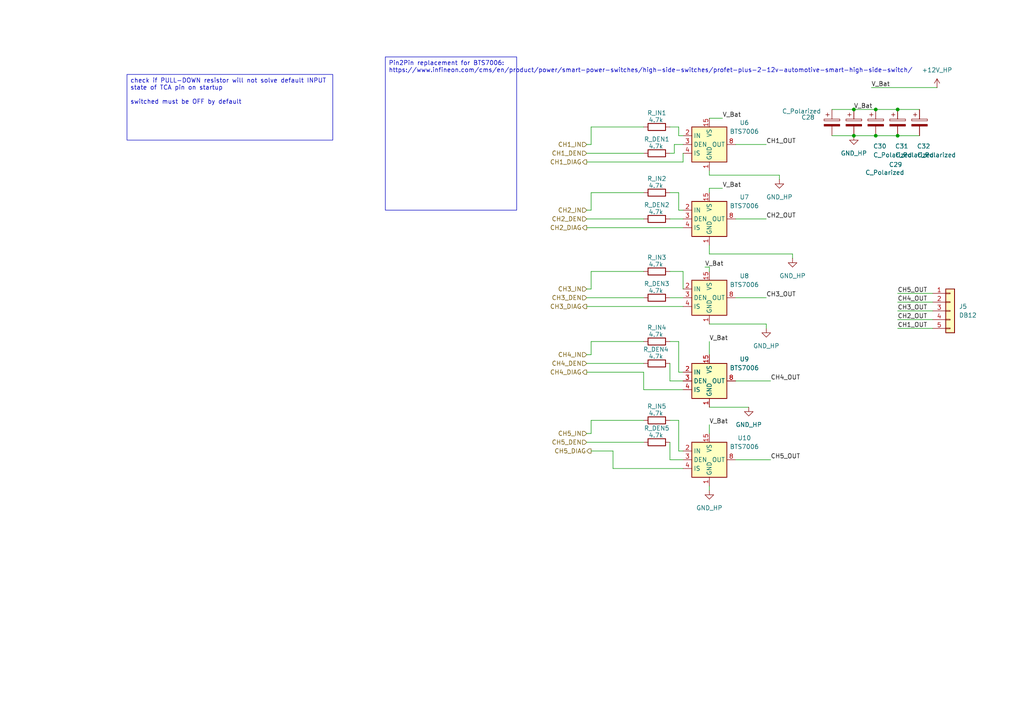
<source format=kicad_sch>
(kicad_sch (version 20231120) (generator "eeschema") (generator_version "8.0")
  (paper "A4")
  (lib_symbols
    (symbol "BTS7004-1EPP_1"
      (property "Reference" "U2" (at 10.16 6.3186 0))
      (property "Value" "BTS7006" (at 10.16 3.7786 0))
      (symbol "BTS7004-1EPP_1_0_1"
        (rectangle (start -5.08 5.08) (end 5.08 -5.08) (stroke (width 0.254)) (fill (type background)))
      )
      (symbol "BTS7004-1EPP_1_1_1"
        (pin passive line (at 0 -7.62 90) (length 2.54) (name "GND") (number "1"))
        (pin passive line (at 7.62 0 180) (length 2.54) hide (name "OUT") (number "10"))
        (pin no_connect line (at 5.08 -5.08 180) (length 2.54) hide (name "NC") (number "11"))
        (pin passive line (at 7.62 0 180) (length 2.54) hide (name "OUT") (number "12"))
        (pin passive line (at 7.62 0 180) (length 2.54) hide (name "OUT") (number "13"))
        (pin passive line (at 7.62 0 180) (length 2.54) hide (name "OUT") (number "14"))
        (pin power_in line (at 0 7.62 270) (length 2.54) (name "VS") (number "15"))
        (pin input line (at -7.62 2.54 0) (length 2.54) (name "IN") (number "2"))
        (pin input line (at -7.62 0 0) (length 2.54) (name "DEN") (number "3"))
        (pin output line (at -7.62 -2.54 0) (length 2.54) (name "IS") (number "4"))
        (pin no_connect line (at 5.08 5.08 180) (length 2.54) hide (name "NC") (number "5"))
        (pin no_connect line (at 5.08 2.54 180) (length 2.54) hide (name "NC") (number "6"))
        (pin no_connect line (at 5.08 -2.54 180) (length 2.54) hide (name "NC") (number "7"))
        (pin power_out line (at 7.62 0 180) (length 2.54) (name "OUT") (number "8"))
        (pin passive line (at 7.62 0 180) (length 2.54) hide (name "OUT") (number "9"))
      )
    )
    (symbol "BTS7004-1EPP_2"
      (property "Reference" "U3" (at 10.16 6.3186 0))
      (property "Value" "BTS7006" (at 10.16 3.7786 0))
      (symbol "BTS7004-1EPP_2_0_1"
        (rectangle (start -5.08 5.08) (end 5.08 -5.08) (stroke (width 0.254)) (fill (type background)))
      )
      (symbol "BTS7004-1EPP_2_1_1"
        (pin passive line (at 0 -7.62 90) (length 2.54) (name "GND") (number "1"))
        (pin passive line (at 7.62 0 180) (length 2.54) hide (name "OUT") (number "10"))
        (pin no_connect line (at 5.08 -5.08 180) (length 2.54) hide (name "NC") (number "11"))
        (pin passive line (at 7.62 0 180) (length 2.54) hide (name "OUT") (number "12"))
        (pin passive line (at 7.62 0 180) (length 2.54) hide (name "OUT") (number "13"))
        (pin passive line (at 7.62 0 180) (length 2.54) hide (name "OUT") (number "14"))
        (pin power_in line (at 0 7.62 270) (length 2.54) (name "VS") (number "15"))
        (pin input line (at -7.62 2.54 0) (length 2.54) (name "IN") (number "2"))
        (pin input line (at -7.62 0 0) (length 2.54) (name "DEN") (number "3"))
        (pin output line (at -7.62 -2.54 0) (length 2.54) (name "IS") (number "4"))
        (pin no_connect line (at 5.08 5.08 180) (length 2.54) hide (name "NC") (number "5"))
        (pin no_connect line (at 5.08 2.54 180) (length 2.54) hide (name "NC") (number "6"))
        (pin no_connect line (at 5.08 -2.54 180) (length 2.54) hide (name "NC") (number "7"))
        (pin power_out line (at 7.62 0 180) (length 2.54) (name "OUT") (number "8"))
        (pin passive line (at 7.62 0 180) (length 2.54) hide (name "OUT") (number "9"))
      )
    )
    (symbol "BTS7004-1EPP_3"
      (property "Reference" "U4" (at 10.16 6.3186 0))
      (property "Value" "BTS7006" (at 10.16 3.7786 0))
      (symbol "BTS7004-1EPP_3_0_1"
        (rectangle (start -5.08 5.08) (end 5.08 -5.08) (stroke (width 0.254)) (fill (type background)))
      )
      (symbol "BTS7004-1EPP_3_1_1"
        (pin passive line (at 0 -7.62 90) (length 2.54) (name "GND") (number "1"))
        (pin passive line (at 7.62 0 180) (length 2.54) hide (name "OUT") (number "10"))
        (pin no_connect line (at 5.08 -5.08 180) (length 2.54) hide (name "NC") (number "11"))
        (pin passive line (at 7.62 0 180) (length 2.54) hide (name "OUT") (number "12"))
        (pin passive line (at 7.62 0 180) (length 2.54) hide (name "OUT") (number "13"))
        (pin passive line (at 7.62 0 180) (length 2.54) hide (name "OUT") (number "14"))
        (pin power_in line (at 0 7.62 270) (length 2.54) (name "VS") (number "15"))
        (pin input line (at -7.62 2.54 0) (length 2.54) (name "IN") (number "2"))
        (pin input line (at -7.62 0 0) (length 2.54) (name "DEN") (number "3"))
        (pin output line (at -7.62 -2.54 0) (length 2.54) (name "IS") (number "4"))
        (pin no_connect line (at 5.08 5.08 180) (length 2.54) hide (name "NC") (number "5"))
        (pin no_connect line (at 5.08 2.54 180) (length 2.54) hide (name "NC") (number "6"))
        (pin no_connect line (at 5.08 -2.54 180) (length 2.54) hide (name "NC") (number "7"))
        (pin power_out line (at 7.62 0 180) (length 2.54) (name "OUT") (number "8"))
        (pin passive line (at 7.62 0 180) (length 2.54) hide (name "OUT") (number "9"))
      )
    )
    (symbol "Connector_Generic:Conn_01x05" (pin_names (offset 1.016) hide)
      (property "Reference" "J" (at 0 7.62 0))
      (property "Value" "Conn_01x05" (at 0 -7.62 0))
      (symbol "Conn_01x05_1_1"
        (rectangle (start -1.27 -4.953) (end 0 -5.207) (stroke (width 0.1524)))
        (rectangle (start -1.27 -2.413) (end 0 -2.667) (stroke (width 0.1524)))
        (rectangle (start -1.27 0.127) (end 0 -0.127) (stroke (width 0.1524)))
        (rectangle (start -1.27 2.667) (end 0 2.413) (stroke (width 0.1524)))
        (rectangle (start -1.27 5.207) (end 0 4.953) (stroke (width 0.1524)))
        (rectangle (start -1.27 6.35) (end 1.27 -6.35) (stroke (width 0.254)) (fill (type background)))
        (pin passive line (at -5.08 5.08 0) (length 3.81) (name "Pin_1") (number "1"))
        (pin passive line (at -5.08 2.54 0) (length 3.81) (name "Pin_2") (number "2"))
        (pin passive line (at -5.08 0 0) (length 3.81) (name "Pin_3") (number "3"))
        (pin passive line (at -5.08 -2.54 0) (length 3.81) (name "Pin_4") (number "4"))
        (pin passive line (at -5.08 -5.08 0) (length 3.81) (name "Pin_5") (number "5"))
      )
    )
    (symbol "Device:C_Polarized" (pin_numbers hide) (pin_names (offset 0.254))
      (property "Reference" "C" (at 0.635 2.54 0))
      (property "Value" "C_Polarized" (at 0.635 -2.54 0))
      (symbol "C_Polarized_0_1"
        (rectangle (start -2.286 0.508) (end 2.286 1.016))
        (polyline (pts (xy -1.778 2.286) (xy -0.762 2.286)))
        (polyline (pts (xy -1.27 2.794) (xy -1.27 1.778)))
        (rectangle (start 2.286 -0.508) (end -2.286 -1.016) (fill (type outline)))
      )
      (symbol "C_Polarized_1_1"
        (pin passive line (at 0 3.81 270) (length 2.794) (name "~") (number "1"))
        (pin passive line (at 0 -3.81 90) (length 2.794) (name "~") (number "2"))
      )
    )
    (symbol "Device:R" (pin_numbers hide) (pin_names (offset 0))
      (property "Reference" "R" (at 2.032 0 90))
      (property "Value" "R" (at 0 0 90))
      (symbol "R_0_1"
        (rectangle (start -1.016 -2.54) (end 1.016 2.54) (stroke (width 0.254)))
      )
      (symbol "R_1_1"
        (pin passive line (at 0 3.81 270) (length 1.27) (name "~") (number "1"))
        (pin passive line (at 0 -3.81 90) (length 1.27) (name "~") (number "2"))
      )
    )
    (symbol "Power_Management:BTS7004-1EPP"
      (property "Reference" "U" (at -3.81 6.35 0))
      (property "Value" "BTS7004-1EPP" (at 7.62 6.35 0))
      (symbol "BTS7004-1EPP_0_1"
        (rectangle (start -5.08 5.08) (end 5.08 -5.08) (stroke (width 0.254)) (fill (type background)))
      )
      (symbol "BTS7004-1EPP_1_1"
        (pin power_in line (at 0 -7.62 90) (length 2.54) (name "GND") (number "1"))
        (pin passive line (at 7.62 0 180) (length 2.54) hide (name "OUT") (number "10"))
        (pin no_connect line (at 5.08 -5.08 180) (length 2.54) hide (name "NC") (number "11"))
        (pin passive line (at 7.62 0 180) (length 2.54) hide (name "OUT") (number "12"))
        (pin passive line (at 7.62 0 180) (length 2.54) hide (name "OUT") (number "13"))
        (pin passive line (at 7.62 0 180) (length 2.54) hide (name "OUT") (number "14"))
        (pin power_in line (at 0 7.62 270) (length 2.54) (name "VS") (number "15"))
        (pin input line (at -7.62 2.54 0) (length 2.54) (name "IN") (number "2"))
        (pin input line (at -7.62 0 0) (length 2.54) (name "DEN") (number "3"))
        (pin output line (at -7.62 -2.54 0) (length 2.54) (name "IS") (number "4"))
        (pin no_connect line (at 5.08 5.08 180) (length 2.54) hide (name "NC") (number "5"))
        (pin no_connect line (at 5.08 2.54 180) (length 2.54) hide (name "NC") (number "6"))
        (pin no_connect line (at 5.08 -2.54 180) (length 2.54) hide (name "NC") (number "7"))
        (pin power_out line (at 7.62 0 180) (length 2.54) (name "OUT") (number "8"))
        (pin passive line (at 7.62 0 180) (length 2.54) hide (name "OUT") (number "9"))
      )
    )
    (symbol "power:+12V" (power) (pin_numbers hide) (pin_names (offset 0) hide)
      (property "Value" "+12V" (at 0 3.556 0))
      (symbol "+12V_0_1"
        (polyline (pts (xy -0.762 1.27) (xy 0 2.54)))
        (polyline (pts (xy 0 0) (xy 0 2.54)))
        (polyline (pts (xy 0 2.54) (xy 0.762 1.27)))
      )
      (symbol "+12V_1_1"
        (pin power_in line (at 0 0 90) (length 0) (name "~") (number "1"))
      )
    )
    (symbol "power:GND1" (power) (pin_numbers hide) (pin_names (offset 0) hide)
      (property "Value" "GND1" (at 0 -3.81 0))
      (symbol "GND1_0_1"
        (polyline (pts (xy 0 0) (xy 0 -1.27) (xy 1.27 -1.27) (xy 0 -2.54) (xy -1.27 -1.27) (xy 0 -1.27)))
      )
      (symbol "GND1_1_1"
        (pin power_in line (at 0 0 270) (length 0) (name "~") (number "1"))
      )
    )
  )
  (junction (at 254 39.37))
  (junction (at 260.35 39.37))
  (junction (at 260.35 31.75))
  (junction (at 247.65 31.75))
  (junction (at 247.65 39.37))
  (junction (at 254 31.75))
  (wire (pts (xy 194.31 133.35) (xy 198.12 133.35)))
  (wire (pts (xy 247.65 31.75) (xy 254 31.75)))
  (wire (pts (xy 186.69 63.5) (xy 170.18 63.5)))
  (wire (pts (xy 170.18 102.87) (xy 171.45 102.87)))
  (wire (pts (xy 171.45 78.74) (xy 186.69 78.74)))
  (wire (pts (xy 198.12 46.99) (xy 198.12 44.45)))
  (wire (pts (xy 213.36 41.91) (xy 222.25 41.91)))
  (wire (pts (xy 254 39.37) (xy 260.35 39.37)))
  (wire (pts (xy 195.58 41.91) (xy 195.58 44.45)))
  (wire (pts (xy 205.74 73.66) (xy 205.74 71.12)))
  (wire (pts (xy 229.87 73.66) (xy 229.87 74.93)))
  (wire (pts (xy 205.74 140.97) (xy 205.74 142.24)))
  (wire (pts (xy 213.36 86.36) (xy 222.25 86.36)))
  (wire (pts (xy 170.18 41.91) (xy 171.45 41.91)))
  (wire (pts (xy 198.12 41.91) (xy 195.58 41.91)))
  (wire (pts (xy 170.18 83.82) (xy 171.45 83.82)))
  (wire (pts (xy 170.18 125.73) (xy 171.45 125.73)))
  (wire (pts (xy 205.74 54.61) (xy 209.55 54.61)))
  (wire (pts (xy 247.65 39.37) (xy 254 39.37)))
  (wire (pts (xy 205.74 73.66) (xy 229.87 73.66)))
  (wire (pts (xy 194.31 36.83) (xy 196.85 36.83)))
  (wire (pts (xy 170.18 86.36) (xy 186.69 86.36)))
  (wire (pts (xy 171.45 55.88) (xy 186.69 55.88)))
  (wire (pts (xy 171.45 121.92) (xy 186.69 121.92)))
  (wire (pts (xy 213.36 133.35) (xy 223.52 133.35)))
  (wire (pts (xy 186.69 107.95) (xy 186.69 113.03)))
  (wire (pts (xy 170.18 128.27) (xy 186.69 128.27)))
  (wire (pts (xy 171.45 83.82) (xy 171.45 78.74)))
  (wire (pts (xy 186.69 113.03) (xy 198.12 113.03)))
  (wire (pts (xy 198.12 78.74) (xy 194.31 78.74)))
  (wire (pts (xy 198.12 78.74) (xy 198.12 83.82)))
  (wire (pts (xy 260.35 85.09) (xy 270.51 85.09)))
  (wire (pts (xy 260.35 87.63) (xy 270.51 87.63)))
  (wire (pts (xy 194.31 63.5) (xy 198.12 63.5)))
  (wire (pts (xy 171.45 102.87) (xy 171.45 99.06)))
  (wire (pts (xy 205.74 123.19) (xy 205.74 125.73)))
  (wire (pts (xy 196.85 60.96) (xy 198.12 60.96)))
  (wire (pts (xy 213.36 110.49) (xy 223.52 110.49)))
  (wire (pts (xy 170.18 105.41) (xy 186.69 105.41)))
  (wire (pts (xy 205.74 118.11) (xy 217.17 118.11)))
  (wire (pts (xy 194.31 55.88) (xy 196.85 55.88)))
  (wire (pts (xy 171.45 99.06) (xy 186.69 99.06)))
  (wire (pts (xy 194.31 110.49) (xy 194.31 105.41)))
  (wire (pts (xy 196.85 107.95) (xy 198.12 107.95)))
  (wire (pts (xy 196.85 130.81) (xy 198.12 130.81)))
  (wire (pts (xy 247.65 31.75) (xy 241.3 31.75)))
  (wire (pts (xy 195.58 44.45) (xy 194.31 44.45)))
  (wire (pts (xy 196.85 36.83) (xy 196.85 39.37)))
  (wire (pts (xy 226.06 50.8) (xy 226.06 52.07)))
  (wire (pts (xy 170.18 107.95) (xy 186.69 107.95)))
  (wire (pts (xy 198.12 110.49) (xy 194.31 110.49)))
  (wire (pts (xy 196.85 99.06) (xy 196.85 107.95)))
  (wire (pts (xy 196.85 39.37) (xy 198.12 39.37)))
  (wire (pts (xy 177.8 130.81) (xy 177.8 135.89)))
  (wire (pts (xy 194.31 121.92) (xy 196.85 121.92)))
  (wire (pts (xy 171.45 125.73) (xy 171.45 121.92)))
  (wire (pts (xy 222.25 93.98) (xy 205.74 93.98)))
  (wire (pts (xy 213.36 63.5) (xy 222.25 63.5)))
  (wire (pts (xy 205.74 99.06) (xy 205.74 102.87)))
  (wire (pts (xy 194.31 128.27) (xy 194.31 133.35)))
  (wire (pts (xy 222.25 93.98) (xy 222.25 95.25)))
  (wire (pts (xy 171.45 36.83) (xy 186.69 36.83)))
  (wire (pts (xy 177.8 135.89) (xy 198.12 135.89)))
  (wire (pts (xy 205.74 50.8) (xy 226.06 50.8)))
  (wire (pts (xy 260.35 39.37) (xy 266.7 39.37)))
  (wire (pts (xy 205.74 50.8) (xy 205.74 49.53)))
  (wire (pts (xy 171.45 41.91) (xy 171.45 36.83)))
  (wire (pts (xy 170.18 46.99) (xy 198.12 46.99)))
  (wire (pts (xy 254 31.75) (xy 260.35 31.75)))
  (wire (pts (xy 196.85 99.06) (xy 194.31 99.06)))
  (wire (pts (xy 205.74 77.47) (xy 204.47 77.47)))
  (wire (pts (xy 196.85 55.88) (xy 196.85 60.96)))
  (wire (pts (xy 170.18 66.04) (xy 198.12 66.04)))
  (wire (pts (xy 170.18 60.96) (xy 171.45 60.96)))
  (wire (pts (xy 194.31 86.36) (xy 198.12 86.36)))
  (wire (pts (xy 205.74 54.61) (xy 205.74 55.88)))
  (wire (pts (xy 205.74 34.29) (xy 209.55 34.29)))
  (wire (pts (xy 171.45 130.81) (xy 177.8 130.81)))
  (wire (pts (xy 260.35 90.17) (xy 270.51 90.17)))
  (wire (pts (xy 241.3 39.37) (xy 247.65 39.37)))
  (wire (pts (xy 170.18 44.45) (xy 186.69 44.45)))
  (wire (pts (xy 205.74 78.74) (xy 205.74 77.47)))
  (wire (pts (xy 260.35 92.71) (xy 270.51 92.71)))
  (wire (pts (xy 260.35 95.25) (xy 270.51 95.25)))
  (wire (pts (xy 260.35 31.75) (xy 266.7 31.75)))
  (wire (pts (xy 171.45 60.96) (xy 171.45 55.88)))
  (wire (pts (xy 170.18 88.9) (xy 198.12 88.9)))
  (wire (pts (xy 196.85 121.92) (xy 196.85 130.81)))
  (wire (pts (xy 252.73 25.4) (xy 271.78 25.4)))
  (text_box "check if PULL-DOWN resistor will not solve default INPUT state of TCA pin on startup\n\nswitched must be OFF by default\n" (at 36.83 21.59 0) (size 59.69 19.05) (effects (font (size 1.27 1.27)) (justify left top)))
  (text_box "Pin2Pin replacement for BTS7006:\nhttps://www.infineon.com/cms/en/product/power/smart-power-switches/high-side-switches/profet-plus-2-12v-automotive-smart-high-side-switch/\n" (at 111.76 16.51 0) (size 38.1 44.45) (effects (font (size 1.27 1.27)) (justify left top)))
  (label "V_Bat" (at 252.73 25.4 0))
  (label "V_Bat" (at 205.74 123.19 0))
  (label "CH2_OUT" (at 260.35 92.71 0))
  (label "V_Bat" (at 205.74 99.06 0))
  (label "V_Bat" (at 209.55 54.61 0))
  (label "CH1_OUT" (at 222.25 41.91 0))
  (label "V_Bat" (at 204.47 77.47 0))
  (label "V_Bat" (at 247.65 31.75 0))
  (label "CH3_OUT" (at 260.35 90.17 0))
  (label "V_Bat" (at 209.55 34.29 0))
  (label "CH5_OUT" (at 223.52 133.35 0))
  (label "CH5_OUT" (at 260.35 85.09 0))
  (label "CH1_OUT" (at 260.35 95.25 0))
  (label "CH4_OUT" (at 260.35 87.63 0))
  (label "CH2_OUT" (at 222.25 63.5 0))
  (label "CH3_OUT" (at 222.25 86.36 0))
  (label "CH4_OUT" (at 223.52 110.49 0))
  (hierarchical_label "CH5_DIAG" (shape output) (at 171.45 130.81 180))
  (hierarchical_label "CH2_IN" (shape input) (at 170.18 60.96 180))
  (hierarchical_label "CH3_DEN" (shape input) (at 170.18 86.36 180))
  (hierarchical_label "CH4_IN" (shape input) (at 170.18 102.87 180))
  (hierarchical_label "CH5_DEN" (shape input) (at 170.18 128.27 180))
  (hierarchical_label "CH1_DEN" (shape input) (at 170.18 44.45 180))
  (hierarchical_label "CH1_IN" (shape input) (at 170.18 41.91 180))
  (hierarchical_label "CH3_IN" (shape input) (at 170.18 83.82 180))
  (hierarchical_label "CH5_IN" (shape input) (at 170.18 125.73 180))
  (hierarchical_label "CH2_DIAG" (shape output) (at 170.18 66.04 180))
  (hierarchical_label "CH4_DEN" (shape input) (at 170.18 105.41 180))
  (hierarchical_label "CH2_DEN" (shape input) (at 170.18 63.5 180))
  (hierarchical_label "CH1_DIAG" (shape output) (at 170.18 46.99 180))
  (hierarchical_label "CH3_DIAG" (shape output) (at 170.18 88.9 180))
  (hierarchical_label "CH4_DIAG" (shape output) (at 170.18 107.95 180))
  (symbol (lib_name "BTS7004-1EPP_1") (lib_id "Power_Management:BTS7004-1EPP") (at 205.74 63.5 0) (unit 1)
    (property "Reference" "U7" (at 215.9 57.1814 0))
    (property "Value" "BTS7006" (at 215.9 59.7214 0))
    (property "Footprint" "Package_SO:Infineon_PG-TSDSO-14-22" (effects (hide yes)))
    (property "Datasheet" "https://www.infineon.com/dgdl/Infineon-BTS7004-1EPP-DS-v01_00-EN.pdf?fileId=5546d4626102d35a016147550a725555" (effects (hide yes)))
    (property "Description" "Smart High-Side Power Switch, PROFET, One Channel, 12V, 15A, Rds(on) 4.4mΩ, PG-TSDSO-14-22" (effects (hide yes)))
  )
  (symbol (lib_id "Connector_Generic:Conn_01x05") (at 275.59 90.17 0) (unit 1)
    (property "Reference" "J5" (at 278.13 88.8999 0) (effects (justify left)))
    (property "Value" "DB12" (at 278.13 91.4399 0) (effects (justify left)))
    (property "Footprint" "HeavyDuty:5p_terminal_DB12" (effects (hide yes)))
    (property "Datasheet" "https://www.lcsc.com/datasheet/lcsc_datasheet_2301061509_DORABO-DB128V-5-08-5P-GN-S_C2927513.pdf" (effects (hide yes)))
    (property "Description" "C2927513" (effects (hide yes)))
    (property "LCSCc" "C2927513" (effects (hide yes)))
  )
  (symbol (lib_id "Power_Management:BTS7004-1EPP") (at 205.74 41.91 0) (unit 1)
    (property "Reference" "U6" (at 215.9 35.5914 0))
    (property "Value" "BTS7006" (at 215.9 38.1314 0))
    (property "Footprint" "Package_SO:Infineon_PG-TSDSO-14-22" (effects (hide yes)))
    (property "Datasheet" "https://www.infineon.com/dgdl/Infineon-BTS7004-1EPP-DS-v01_00-EN.pdf?fileId=5546d4626102d35a016147550a725555" (effects (hide yes)))
    (property "Description" "Smart High-Side Power Switch, PROFET, One Channel, 12V, 15A, Rds(on) 4.4mΩ, PG-TSDSO-14-22" (effects (hide yes)))
    (property "Mouser" "726-BTS70061EPPXUMA1" (effects (hide yes)))
    (property "Mfr Part" "BTS7006-1EPP" (effects (hide yes)))
    (property "Manufacturer" "Infineon" (effects (hide yes)))
  )
  (symbol (lib_name "BTS7004-1EPP_3") (lib_id "Power_Management:BTS7004-1EPP") (at 205.74 110.49 0) (unit 1)
    (property "Reference" "U9" (at 215.9 104.1714 0))
    (property "Value" "BTS7006" (at 215.9 106.7114 0))
    (property "Footprint" "Package_SO:Infineon_PG-TSDSO-14-22" (effects (hide yes)))
    (property "Datasheet" "https://www.infineon.com/dgdl/Infineon-BTS7004-1EPP-DS-v01_00-EN.pdf?fileId=5546d4626102d35a016147550a725555" (effects (hide yes)))
    (property "Description" "Smart High-Side Power Switch, PROFET, One Channel, 12V, 15A, Rds(on) 4.4mΩ, PG-TSDSO-14-22" (effects (hide yes)))
  )
  (symbol (lib_id "Device:R") (at 190.5 55.88 90) (unit 1)
    (property "Reference" "R_IN2" (at 190.5 51.816 90))
    (property "Value" "4.7k" (at 190.246 53.848 90))
    (property "Footprint" "Resistor_SMD:R_0805_2012Metric" (effects (hide yes)))
    (property "Datasheet" "https://www.tme.eu/pl/details/pmr2s-100k/rezystory-tht/royal-ohm/pmr02sj0104a10/" (effects (hide yes)))
    (property "Description" "Resistor" (effects (hide yes)))
  )
  (symbol (lib_id "Device:C_Polarized") (at 254 35.56 0) (unit 1)
    (property "Reference" "C30" (at 253.238 42.418 0) (effects (justify left)))
    (property "Value" "C_Polarized" (at 253.238 44.958 0) (effects (justify left)))
    (property "Footprint" "Capacitor_THT:CP_Radial_D5.0mm_P2.50mm" (effects (hide yes)))
    (property "Description" "Polarized capacitor" (effects (hide yes)))
  )
  (symbol (lib_id "Device:C_Polarized") (at 266.7 35.56 0) (unit 1)
    (property "Reference" "C32" (at 265.938 42.418 0) (effects (justify left)))
    (property "Value" "C_Polarized" (at 265.938 44.958 0) (effects (justify left)))
    (property "Footprint" "Capacitor_THT:CP_Radial_D5.0mm_P2.50mm" (effects (hide yes)))
    (property "Description" "Polarized capacitor" (effects (hide yes)))
  )
  (symbol (lib_id "Device:R") (at 190.5 44.45 90) (unit 1)
    (property "Reference" "R_DEN1" (at 190.5 40.386 90))
    (property "Value" "4.7k" (at 190.246 42.418 90))
    (property "Footprint" "Resistor_SMD:R_0805_2012Metric" (effects (hide yes)))
    (property "Datasheet" "https://www.tme.eu/pl/details/pmr2s-100k/rezystory-tht/royal-ohm/pmr02sj0104a10/" (effects (hide yes)))
    (property "Description" "Resistor" (effects (hide yes)))
  )
  (symbol (lib_id "power:GND1") (at 229.87 74.93 0) (unit 1)
    (property "Reference" "#PWR029" (effects (hide yes)))
    (property "Value" "GND_HP" (at 229.87 80.01 0))
    (property "Description" "Power symbol creates a global label with name \"GND1\" , ground" (effects (hide yes)))
  )
  (symbol (lib_id "Device:R") (at 190.5 99.06 90) (unit 1)
    (property "Reference" "R_IN4" (at 190.5 94.996 90))
    (property "Value" "4.7k" (at 190.246 97.028 90))
    (property "Footprint" "Resistor_SMD:R_0805_2012Metric" (effects (hide yes)))
    (property "Datasheet" "https://www.tme.eu/pl/details/pmr2s-100k/rezystory-tht/royal-ohm/pmr02sj0104a10/" (effects (hide yes)))
    (property "Description" "Resistor" (effects (hide yes)))
  )
  (symbol (lib_id "Device:R") (at 190.5 36.83 90) (unit 1)
    (property "Reference" "R_IN1" (at 190.5 32.766 90))
    (property "Value" "4.7k" (at 190.246 34.798 90))
    (property "Footprint" "Resistor_SMD:R_0805_2012Metric" (effects (hide yes)))
    (property "Datasheet" "https://www.tme.eu/pl/details/pmr2s-100k/rezystory-tht/royal-ohm/pmr02sj0104a10/" (effects (hide yes)))
    (property "Description" "Resistor" (effects (hide yes)))
  )
  (symbol (lib_name "BTS7004-1EPP_3") (lib_id "Power_Management:BTS7004-1EPP") (at 205.74 133.35 0) (unit 1)
    (property "Reference" "U10" (at 215.9 127.0314 0))
    (property "Value" "BTS7006" (at 215.9 129.5714 0))
    (property "Footprint" "Package_SO:Infineon_PG-TSDSO-14-22" (effects (hide yes)))
    (property "Datasheet" "https://www.infineon.com/dgdl/Infineon-BTS7004-1EPP-DS-v01_00-EN.pdf?fileId=5546d4626102d35a016147550a725555" (effects (hide yes)))
    (property "Description" "Smart High-Side Power Switch, PROFET, One Channel, 12V, 15A, Rds(on) 4.4mΩ, PG-TSDSO-14-22" (effects (hide yes)))
  )
  (symbol (lib_id "Device:R") (at 190.5 121.92 90) (unit 1)
    (property "Reference" "R_IN5" (at 190.5 117.856 90))
    (property "Value" "4.7k" (at 190.246 119.888 90))
    (property "Footprint" "Resistor_SMD:R_0805_2012Metric" (effects (hide yes)))
    (property "Datasheet" "https://www.tme.eu/pl/details/pmr2s-100k/rezystory-tht/royal-ohm/pmr02sj0104a10/" (effects (hide yes)))
    (property "Description" "Resistor" (effects (hide yes)))
  )
  (symbol (lib_id "power:GND1") (at 226.06 52.07 0) (unit 1)
    (property "Reference" "#PWR027" (effects (hide yes)))
    (property "Value" "GND_HP" (at 226.06 57.15 0))
    (property "Description" "Power symbol creates a global label with name \"GND1\" , ground" (effects (hide yes)))
  )
  (symbol (lib_name "BTS7004-1EPP_2") (lib_id "Power_Management:BTS7004-1EPP") (at 205.74 86.36 0) (unit 1)
    (property "Reference" "U8" (at 215.9 80.0414 0))
    (property "Value" "BTS7006" (at 215.9 82.5814 0))
    (property "Footprint" "Package_SO:Infineon_PG-TSDSO-14-22" (effects (hide yes)))
    (property "Datasheet" "https://www.infineon.com/dgdl/Infineon-BTS7004-1EPP-DS-v01_00-EN.pdf?fileId=5546d4626102d35a016147550a725555" (effects (hide yes)))
    (property "Description" "Smart High-Side Power Switch, PROFET, One Channel, 12V, 15A, Rds(on) 4.4mΩ, PG-TSDSO-14-22" (effects (hide yes)))
  )
  (symbol (lib_id "power:GND1") (at 222.25 95.25 0) (unit 1)
    (property "Reference" "#PWR028" (effects (hide yes)))
    (property "Value" "GND_HP" (at 222.25 100.33 0))
    (property "Description" "Power symbol creates a global label with name \"GND1\" , ground" (effects (hide yes)))
  )
  (symbol (lib_id "Device:R") (at 190.5 78.74 90) (unit 1)
    (property "Reference" "R_IN3" (at 190.5 74.676 90))
    (property "Value" "4.7k" (at 190.246 76.708 90))
    (property "Footprint" "Resistor_SMD:R_0805_2012Metric" (effects (hide yes)))
    (property "Datasheet" "https://www.tme.eu/pl/details/pmr2s-100k/rezystory-tht/royal-ohm/pmr02sj0104a10/" (effects (hide yes)))
    (property "Description" "Resistor" (effects (hide yes)))
  )
  (symbol (lib_id "power:GND1") (at 217.17 118.11 0) (unit 1)
    (property "Reference" "#PWR026" (effects (hide yes)))
    (property "Value" "GND_HP" (at 217.17 123.19 0))
    (property "Description" "Power symbol creates a global label with name \"GND1\" , ground" (effects (hide yes)))
  )
  (symbol (lib_id "Device:R") (at 190.5 86.36 90) (unit 1)
    (property "Reference" "R_DEN3" (at 190.5 82.296 90))
    (property "Value" "4.7k" (at 190.246 84.328 90))
    (property "Footprint" "Resistor_SMD:R_0805_2012Metric" (effects (hide yes)))
    (property "Datasheet" "https://www.tme.eu/pl/details/pmr2s-100k/rezystory-tht/royal-ohm/pmr02sj0104a10/" (effects (hide yes)))
    (property "Description" "Resistor" (effects (hide yes)))
  )
  (symbol (lib_id "Device:C_Polarized") (at 241.3 35.56 0) (unit 1)
    (property "Reference" "C28" (at 232.41 34.036 0) (effects (justify left)))
    (property "Value" "C_Polarized" (at 226.822 32.258 0) (effects (justify left)))
    (property "Footprint" "Capacitor_THT:CP_Radial_D5.0mm_P2.50mm" (effects (hide yes)))
    (property "Description" "Polarized capacitor" (effects (hide yes)))
  )
  (symbol (lib_id "power:+12V") (at 271.78 25.4 0) (unit 1)
    (property "Reference" "#PWR044" (effects (hide yes)))
    (property "Value" "+12V_HP" (at 271.78 20.32 0))
    (property "Description" "Power symbol creates a global label with name \"+12V\"" (effects (hide yes)))
  )
  (symbol (lib_id "Device:C_Polarized") (at 247.65 35.56 0) (unit 1)
    (property "Reference" "C29" (at 257.81 47.752 0) (effects (justify left)))
    (property "Value" "C_Polarized" (at 250.952 50.038 0) (effects (justify left)))
    (property "Footprint" "Capacitor_THT:CP_Radial_D5.0mm_P2.50mm" (effects (hide yes)))
    (property "Description" "Polarized capacitor" (effects (hide yes)))
  )
  (symbol (lib_id "Device:R") (at 190.5 128.27 90) (unit 1)
    (property "Reference" "R_DEN5" (at 190.5 124.206 90))
    (property "Value" "4.7k" (at 190.246 126.238 90))
    (property "Footprint" "Resistor_SMD:R_0805_2012Metric" (effects (hide yes)))
    (property "Datasheet" "https://www.tme.eu/pl/details/pmr2s-100k/rezystory-tht/royal-ohm/pmr02sj0104a10/" (effects (hide yes)))
    (property "Description" "Resistor" (effects (hide yes)))
  )
  (symbol (lib_id "Device:R") (at 190.5 63.5 90) (unit 1)
    (property "Reference" "R_DEN2" (at 190.5 59.436 90))
    (property "Value" "4.7k" (at 190.246 61.468 90))
    (property "Footprint" "Resistor_SMD:R_0805_2012Metric" (effects (hide yes)))
    (property "Datasheet" "https://www.tme.eu/pl/details/pmr2s-100k/rezystory-tht/royal-ohm/pmr02sj0104a10/" (effects (hide yes)))
    (property "Description" "Resistor" (effects (hide yes)))
  )
  (symbol (lib_id "Device:R") (at 190.5 105.41 90) (unit 1)
    (property "Reference" "R_DEN4" (at 190.246 101.346 90))
    (property "Value" "4.7k" (at 190.246 103.378 90))
    (property "Footprint" "Resistor_SMD:R_0805_2012Metric" (effects (hide yes)))
    (property "Datasheet" "https://www.tme.eu/pl/details/pmr2s-100k/rezystory-tht/royal-ohm/pmr02sj0104a10/" (effects (hide yes)))
    (property "Description" "Resistor" (effects (hide yes)))
  )
  (symbol (lib_id "power:GND1") (at 205.74 142.24 0) (unit 1)
    (property "Reference" "#PWR030" (effects (hide yes)))
    (property "Value" "GND_HP" (at 205.74 147.32 0))
    (property "Description" "Power symbol creates a global label with name \"GND1\" , ground" (effects (hide yes)))
  )
  (symbol (lib_id "Device:C_Polarized") (at 260.35 35.56 0) (unit 1)
    (property "Reference" "C31" (at 259.588 42.418 0) (effects (justify left)))
    (property "Value" "C_Polarized" (at 259.588 44.958 0) (effects (justify left)))
    (property "Footprint" "Capacitor_THT:CP_Radial_D5.0mm_P2.50mm" (effects (hide yes)))
    (property "Description" "Polarized capacitor" (effects (hide yes)))
  )
  (symbol (lib_id "power:GND1") (at 247.65 39.37 0) (unit 1)
    (property "Reference" "#PWR076" (effects (hide yes)))
    (property "Value" "GND_HP" (at 247.65 44.45 0))
    (property "Description" "Power symbol creates a global label with name \"GND1\" , ground" (effects (hide yes)))
  )
)
</source>
